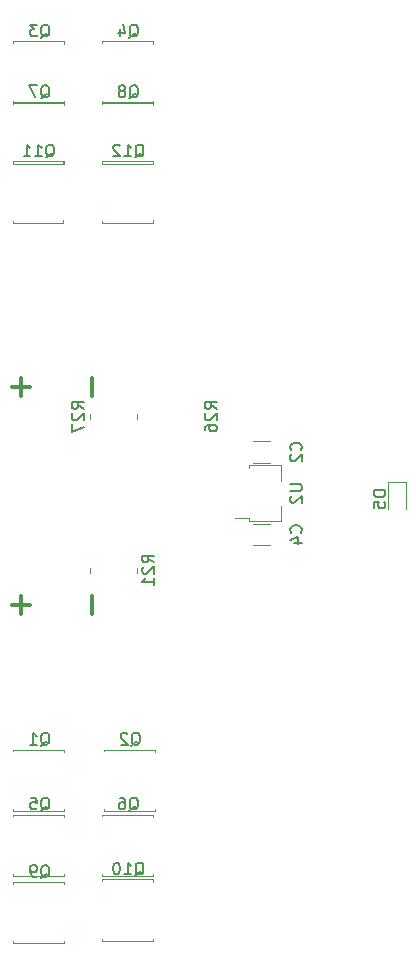
<source format=gbr>
%TF.GenerationSoftware,KiCad,Pcbnew,(6.0.5)*%
%TF.CreationDate,2022-08-05T23:54:08+09:00*%
%TF.ProjectId,ORION_VV_driver_v1,4f52494f-4e5f-4565-965f-647269766572,rev?*%
%TF.SameCoordinates,Original*%
%TF.FileFunction,Legend,Bot*%
%TF.FilePolarity,Positive*%
%FSLAX46Y46*%
G04 Gerber Fmt 4.6, Leading zero omitted, Abs format (unit mm)*
G04 Created by KiCad (PCBNEW (6.0.5)) date 2022-08-05 23:54:08*
%MOMM*%
%LPD*%
G01*
G04 APERTURE LIST*
%ADD10C,0.300000*%
%ADD11C,0.150000*%
%ADD12C,0.120000*%
G04 APERTURE END LIST*
D10*
X23642857Y-75261904D02*
X23642857Y-73738095D01*
X17642857Y-56761904D02*
X17642857Y-55238095D01*
X18404761Y-56000000D02*
X16880952Y-56000000D01*
X17642857Y-75261904D02*
X17642857Y-73738095D01*
X18404761Y-74500000D02*
X16880952Y-74500000D01*
X23642857Y-56761904D02*
X23642857Y-55238095D01*
D11*
%TO.C,R26*%
X34232380Y-57857142D02*
X33756190Y-57523809D01*
X34232380Y-57285714D02*
X33232380Y-57285714D01*
X33232380Y-57666666D01*
X33280000Y-57761904D01*
X33327619Y-57809523D01*
X33422857Y-57857142D01*
X33565714Y-57857142D01*
X33660952Y-57809523D01*
X33708571Y-57761904D01*
X33756190Y-57666666D01*
X33756190Y-57285714D01*
X33327619Y-58238095D02*
X33280000Y-58285714D01*
X33232380Y-58380952D01*
X33232380Y-58619047D01*
X33280000Y-58714285D01*
X33327619Y-58761904D01*
X33422857Y-58809523D01*
X33518095Y-58809523D01*
X33660952Y-58761904D01*
X34232380Y-58190476D01*
X34232380Y-58809523D01*
X33232380Y-59666666D02*
X33232380Y-59476190D01*
X33280000Y-59380952D01*
X33327619Y-59333333D01*
X33470476Y-59238095D01*
X33660952Y-59190476D01*
X34041904Y-59190476D01*
X34137142Y-59238095D01*
X34184761Y-59285714D01*
X34232380Y-59380952D01*
X34232380Y-59571428D01*
X34184761Y-59666666D01*
X34137142Y-59714285D01*
X34041904Y-59761904D01*
X33803809Y-59761904D01*
X33708571Y-59714285D01*
X33660952Y-59666666D01*
X33613333Y-59571428D01*
X33613333Y-59380952D01*
X33660952Y-59285714D01*
X33708571Y-59238095D01*
X33803809Y-59190476D01*
%TO.C,R27*%
X22972380Y-57857142D02*
X22496190Y-57523809D01*
X22972380Y-57285714D02*
X21972380Y-57285714D01*
X21972380Y-57666666D01*
X22020000Y-57761904D01*
X22067619Y-57809523D01*
X22162857Y-57857142D01*
X22305714Y-57857142D01*
X22400952Y-57809523D01*
X22448571Y-57761904D01*
X22496190Y-57666666D01*
X22496190Y-57285714D01*
X22067619Y-58238095D02*
X22020000Y-58285714D01*
X21972380Y-58380952D01*
X21972380Y-58619047D01*
X22020000Y-58714285D01*
X22067619Y-58761904D01*
X22162857Y-58809523D01*
X22258095Y-58809523D01*
X22400952Y-58761904D01*
X22972380Y-58190476D01*
X22972380Y-58809523D01*
X21972380Y-59142857D02*
X21972380Y-59809523D01*
X22972380Y-59380952D01*
%TO.C,U2*%
X40452380Y-64238095D02*
X41261904Y-64238095D01*
X41357142Y-64285714D01*
X41404761Y-64333333D01*
X41452380Y-64428571D01*
X41452380Y-64619047D01*
X41404761Y-64714285D01*
X41357142Y-64761904D01*
X41261904Y-64809523D01*
X40452380Y-64809523D01*
X40547619Y-65238095D02*
X40500000Y-65285714D01*
X40452380Y-65380952D01*
X40452380Y-65619047D01*
X40500000Y-65714285D01*
X40547619Y-65761904D01*
X40642857Y-65809523D01*
X40738095Y-65809523D01*
X40880952Y-65761904D01*
X41452380Y-65190476D01*
X41452380Y-65809523D01*
%TO.C,Q10*%
X27316428Y-97367619D02*
X27411666Y-97320000D01*
X27506904Y-97224761D01*
X27649761Y-97081904D01*
X27745000Y-97034285D01*
X27840238Y-97034285D01*
X27792619Y-97272380D02*
X27887857Y-97224761D01*
X27983095Y-97129523D01*
X28030714Y-96939047D01*
X28030714Y-96605714D01*
X27983095Y-96415238D01*
X27887857Y-96320000D01*
X27792619Y-96272380D01*
X27602142Y-96272380D01*
X27506904Y-96320000D01*
X27411666Y-96415238D01*
X27364047Y-96605714D01*
X27364047Y-96939047D01*
X27411666Y-97129523D01*
X27506904Y-97224761D01*
X27602142Y-97272380D01*
X27792619Y-97272380D01*
X26411666Y-97272380D02*
X26983095Y-97272380D01*
X26697380Y-97272380D02*
X26697380Y-96272380D01*
X26792619Y-96415238D01*
X26887857Y-96510476D01*
X26983095Y-96558095D01*
X25792619Y-96272380D02*
X25697380Y-96272380D01*
X25602142Y-96320000D01*
X25554523Y-96367619D01*
X25506904Y-96462857D01*
X25459285Y-96653333D01*
X25459285Y-96891428D01*
X25506904Y-97081904D01*
X25554523Y-97177142D01*
X25602142Y-97224761D01*
X25697380Y-97272380D01*
X25792619Y-97272380D01*
X25887857Y-97224761D01*
X25935476Y-97177142D01*
X25983095Y-97081904D01*
X26030714Y-96891428D01*
X26030714Y-96653333D01*
X25983095Y-96462857D01*
X25935476Y-96367619D01*
X25887857Y-96320000D01*
X25792619Y-96272380D01*
%TO.C,Q5*%
X19340238Y-91867619D02*
X19435476Y-91820000D01*
X19530714Y-91724761D01*
X19673571Y-91581904D01*
X19768809Y-91534285D01*
X19864047Y-91534285D01*
X19816428Y-91772380D02*
X19911666Y-91724761D01*
X20006904Y-91629523D01*
X20054523Y-91439047D01*
X20054523Y-91105714D01*
X20006904Y-90915238D01*
X19911666Y-90820000D01*
X19816428Y-90772380D01*
X19625952Y-90772380D01*
X19530714Y-90820000D01*
X19435476Y-90915238D01*
X19387857Y-91105714D01*
X19387857Y-91439047D01*
X19435476Y-91629523D01*
X19530714Y-91724761D01*
X19625952Y-91772380D01*
X19816428Y-91772380D01*
X18483095Y-90772380D02*
X18959285Y-90772380D01*
X19006904Y-91248571D01*
X18959285Y-91200952D01*
X18864047Y-91153333D01*
X18625952Y-91153333D01*
X18530714Y-91200952D01*
X18483095Y-91248571D01*
X18435476Y-91343809D01*
X18435476Y-91581904D01*
X18483095Y-91677142D01*
X18530714Y-91724761D01*
X18625952Y-91772380D01*
X18864047Y-91772380D01*
X18959285Y-91724761D01*
X19006904Y-91677142D01*
%TO.C,D5*%
X48522380Y-64761904D02*
X47522380Y-64761904D01*
X47522380Y-65000000D01*
X47570000Y-65142857D01*
X47665238Y-65238095D01*
X47760476Y-65285714D01*
X47950952Y-65333333D01*
X48093809Y-65333333D01*
X48284285Y-65285714D01*
X48379523Y-65238095D01*
X48474761Y-65142857D01*
X48522380Y-65000000D01*
X48522380Y-64761904D01*
X47522380Y-66238095D02*
X47522380Y-65761904D01*
X47998571Y-65714285D01*
X47950952Y-65761904D01*
X47903333Y-65857142D01*
X47903333Y-66095238D01*
X47950952Y-66190476D01*
X47998571Y-66238095D01*
X48093809Y-66285714D01*
X48331904Y-66285714D01*
X48427142Y-66238095D01*
X48474761Y-66190476D01*
X48522380Y-66095238D01*
X48522380Y-65857142D01*
X48474761Y-65761904D01*
X48427142Y-65714285D01*
%TO.C,Q2*%
X27005238Y-86367619D02*
X27100476Y-86320000D01*
X27195714Y-86224761D01*
X27338571Y-86081904D01*
X27433809Y-86034285D01*
X27529047Y-86034285D01*
X27481428Y-86272380D02*
X27576666Y-86224761D01*
X27671904Y-86129523D01*
X27719523Y-85939047D01*
X27719523Y-85605714D01*
X27671904Y-85415238D01*
X27576666Y-85320000D01*
X27481428Y-85272380D01*
X27290952Y-85272380D01*
X27195714Y-85320000D01*
X27100476Y-85415238D01*
X27052857Y-85605714D01*
X27052857Y-85939047D01*
X27100476Y-86129523D01*
X27195714Y-86224761D01*
X27290952Y-86272380D01*
X27481428Y-86272380D01*
X26671904Y-85367619D02*
X26624285Y-85320000D01*
X26529047Y-85272380D01*
X26290952Y-85272380D01*
X26195714Y-85320000D01*
X26148095Y-85367619D01*
X26100476Y-85462857D01*
X26100476Y-85558095D01*
X26148095Y-85700952D01*
X26719523Y-86272380D01*
X26100476Y-86272380D01*
%TO.C,Q4*%
X26840238Y-26417619D02*
X26935476Y-26370000D01*
X27030714Y-26274761D01*
X27173571Y-26131904D01*
X27268809Y-26084285D01*
X27364047Y-26084285D01*
X27316428Y-26322380D02*
X27411666Y-26274761D01*
X27506904Y-26179523D01*
X27554523Y-25989047D01*
X27554523Y-25655714D01*
X27506904Y-25465238D01*
X27411666Y-25370000D01*
X27316428Y-25322380D01*
X27125952Y-25322380D01*
X27030714Y-25370000D01*
X26935476Y-25465238D01*
X26887857Y-25655714D01*
X26887857Y-25989047D01*
X26935476Y-26179523D01*
X27030714Y-26274761D01*
X27125952Y-26322380D01*
X27316428Y-26322380D01*
X26030714Y-25655714D02*
X26030714Y-26322380D01*
X26268809Y-25274761D02*
X26506904Y-25989047D01*
X25887857Y-25989047D01*
%TO.C,C4*%
X41357142Y-68333333D02*
X41404761Y-68285714D01*
X41452380Y-68142857D01*
X41452380Y-68047619D01*
X41404761Y-67904761D01*
X41309523Y-67809523D01*
X41214285Y-67761904D01*
X41023809Y-67714285D01*
X40880952Y-67714285D01*
X40690476Y-67761904D01*
X40595238Y-67809523D01*
X40500000Y-67904761D01*
X40452380Y-68047619D01*
X40452380Y-68142857D01*
X40500000Y-68285714D01*
X40547619Y-68333333D01*
X40785714Y-69190476D02*
X41452380Y-69190476D01*
X40404761Y-68952380D02*
X41119047Y-68714285D01*
X41119047Y-69333333D01*
%TO.C,Q9*%
X19340238Y-97567619D02*
X19435476Y-97520000D01*
X19530714Y-97424761D01*
X19673571Y-97281904D01*
X19768809Y-97234285D01*
X19864047Y-97234285D01*
X19816428Y-97472380D02*
X19911666Y-97424761D01*
X20006904Y-97329523D01*
X20054523Y-97139047D01*
X20054523Y-96805714D01*
X20006904Y-96615238D01*
X19911666Y-96520000D01*
X19816428Y-96472380D01*
X19625952Y-96472380D01*
X19530714Y-96520000D01*
X19435476Y-96615238D01*
X19387857Y-96805714D01*
X19387857Y-97139047D01*
X19435476Y-97329523D01*
X19530714Y-97424761D01*
X19625952Y-97472380D01*
X19816428Y-97472380D01*
X18911666Y-97472380D02*
X18721190Y-97472380D01*
X18625952Y-97424761D01*
X18578333Y-97377142D01*
X18483095Y-97234285D01*
X18435476Y-97043809D01*
X18435476Y-96662857D01*
X18483095Y-96567619D01*
X18530714Y-96520000D01*
X18625952Y-96472380D01*
X18816428Y-96472380D01*
X18911666Y-96520000D01*
X18959285Y-96567619D01*
X19006904Y-96662857D01*
X19006904Y-96900952D01*
X18959285Y-96996190D01*
X18911666Y-97043809D01*
X18816428Y-97091428D01*
X18625952Y-97091428D01*
X18530714Y-97043809D01*
X18483095Y-96996190D01*
X18435476Y-96900952D01*
%TO.C,Q7*%
X19340238Y-31567619D02*
X19435476Y-31520000D01*
X19530714Y-31424761D01*
X19673571Y-31281904D01*
X19768809Y-31234285D01*
X19864047Y-31234285D01*
X19816428Y-31472380D02*
X19911666Y-31424761D01*
X20006904Y-31329523D01*
X20054523Y-31139047D01*
X20054523Y-30805714D01*
X20006904Y-30615238D01*
X19911666Y-30520000D01*
X19816428Y-30472380D01*
X19625952Y-30472380D01*
X19530714Y-30520000D01*
X19435476Y-30615238D01*
X19387857Y-30805714D01*
X19387857Y-31139047D01*
X19435476Y-31329523D01*
X19530714Y-31424761D01*
X19625952Y-31472380D01*
X19816428Y-31472380D01*
X19054523Y-30472380D02*
X18387857Y-30472380D01*
X18816428Y-31472380D01*
%TO.C,Q8*%
X26840238Y-31567619D02*
X26935476Y-31520000D01*
X27030714Y-31424761D01*
X27173571Y-31281904D01*
X27268809Y-31234285D01*
X27364047Y-31234285D01*
X27316428Y-31472380D02*
X27411666Y-31424761D01*
X27506904Y-31329523D01*
X27554523Y-31139047D01*
X27554523Y-30805714D01*
X27506904Y-30615238D01*
X27411666Y-30520000D01*
X27316428Y-30472380D01*
X27125952Y-30472380D01*
X27030714Y-30520000D01*
X26935476Y-30615238D01*
X26887857Y-30805714D01*
X26887857Y-31139047D01*
X26935476Y-31329523D01*
X27030714Y-31424761D01*
X27125952Y-31472380D01*
X27316428Y-31472380D01*
X26316428Y-30900952D02*
X26411666Y-30853333D01*
X26459285Y-30805714D01*
X26506904Y-30710476D01*
X26506904Y-30662857D01*
X26459285Y-30567619D01*
X26411666Y-30520000D01*
X26316428Y-30472380D01*
X26125952Y-30472380D01*
X26030714Y-30520000D01*
X25983095Y-30567619D01*
X25935476Y-30662857D01*
X25935476Y-30710476D01*
X25983095Y-30805714D01*
X26030714Y-30853333D01*
X26125952Y-30900952D01*
X26316428Y-30900952D01*
X26411666Y-30948571D01*
X26459285Y-30996190D01*
X26506904Y-31091428D01*
X26506904Y-31281904D01*
X26459285Y-31377142D01*
X26411666Y-31424761D01*
X26316428Y-31472380D01*
X26125952Y-31472380D01*
X26030714Y-31424761D01*
X25983095Y-31377142D01*
X25935476Y-31281904D01*
X25935476Y-31091428D01*
X25983095Y-30996190D01*
X26030714Y-30948571D01*
X26125952Y-30900952D01*
%TO.C,Q1*%
X19340238Y-86367619D02*
X19435476Y-86320000D01*
X19530714Y-86224761D01*
X19673571Y-86081904D01*
X19768809Y-86034285D01*
X19864047Y-86034285D01*
X19816428Y-86272380D02*
X19911666Y-86224761D01*
X20006904Y-86129523D01*
X20054523Y-85939047D01*
X20054523Y-85605714D01*
X20006904Y-85415238D01*
X19911666Y-85320000D01*
X19816428Y-85272380D01*
X19625952Y-85272380D01*
X19530714Y-85320000D01*
X19435476Y-85415238D01*
X19387857Y-85605714D01*
X19387857Y-85939047D01*
X19435476Y-86129523D01*
X19530714Y-86224761D01*
X19625952Y-86272380D01*
X19816428Y-86272380D01*
X18435476Y-86272380D02*
X19006904Y-86272380D01*
X18721190Y-86272380D02*
X18721190Y-85272380D01*
X18816428Y-85415238D01*
X18911666Y-85510476D01*
X19006904Y-85558095D01*
%TO.C,C2*%
X41357142Y-61333333D02*
X41404761Y-61285714D01*
X41452380Y-61142857D01*
X41452380Y-61047619D01*
X41404761Y-60904761D01*
X41309523Y-60809523D01*
X41214285Y-60761904D01*
X41023809Y-60714285D01*
X40880952Y-60714285D01*
X40690476Y-60761904D01*
X40595238Y-60809523D01*
X40500000Y-60904761D01*
X40452380Y-61047619D01*
X40452380Y-61142857D01*
X40500000Y-61285714D01*
X40547619Y-61333333D01*
X40547619Y-61714285D02*
X40500000Y-61761904D01*
X40452380Y-61857142D01*
X40452380Y-62095238D01*
X40500000Y-62190476D01*
X40547619Y-62238095D01*
X40642857Y-62285714D01*
X40738095Y-62285714D01*
X40880952Y-62238095D01*
X41452380Y-61666666D01*
X41452380Y-62285714D01*
%TO.C,Q3*%
X19340238Y-26417619D02*
X19435476Y-26370000D01*
X19530714Y-26274761D01*
X19673571Y-26131904D01*
X19768809Y-26084285D01*
X19864047Y-26084285D01*
X19816428Y-26322380D02*
X19911666Y-26274761D01*
X20006904Y-26179523D01*
X20054523Y-25989047D01*
X20054523Y-25655714D01*
X20006904Y-25465238D01*
X19911666Y-25370000D01*
X19816428Y-25322380D01*
X19625952Y-25322380D01*
X19530714Y-25370000D01*
X19435476Y-25465238D01*
X19387857Y-25655714D01*
X19387857Y-25989047D01*
X19435476Y-26179523D01*
X19530714Y-26274761D01*
X19625952Y-26322380D01*
X19816428Y-26322380D01*
X19054523Y-25322380D02*
X18435476Y-25322380D01*
X18768809Y-25703333D01*
X18625952Y-25703333D01*
X18530714Y-25750952D01*
X18483095Y-25798571D01*
X18435476Y-25893809D01*
X18435476Y-26131904D01*
X18483095Y-26227142D01*
X18530714Y-26274761D01*
X18625952Y-26322380D01*
X18911666Y-26322380D01*
X19006904Y-26274761D01*
X19054523Y-26227142D01*
%TO.C,Q6*%
X26840238Y-91867619D02*
X26935476Y-91820000D01*
X27030714Y-91724761D01*
X27173571Y-91581904D01*
X27268809Y-91534285D01*
X27364047Y-91534285D01*
X27316428Y-91772380D02*
X27411666Y-91724761D01*
X27506904Y-91629523D01*
X27554523Y-91439047D01*
X27554523Y-91105714D01*
X27506904Y-90915238D01*
X27411666Y-90820000D01*
X27316428Y-90772380D01*
X27125952Y-90772380D01*
X27030714Y-90820000D01*
X26935476Y-90915238D01*
X26887857Y-91105714D01*
X26887857Y-91439047D01*
X26935476Y-91629523D01*
X27030714Y-91724761D01*
X27125952Y-91772380D01*
X27316428Y-91772380D01*
X26030714Y-90772380D02*
X26221190Y-90772380D01*
X26316428Y-90820000D01*
X26364047Y-90867619D01*
X26459285Y-91010476D01*
X26506904Y-91200952D01*
X26506904Y-91581904D01*
X26459285Y-91677142D01*
X26411666Y-91724761D01*
X26316428Y-91772380D01*
X26125952Y-91772380D01*
X26030714Y-91724761D01*
X25983095Y-91677142D01*
X25935476Y-91581904D01*
X25935476Y-91343809D01*
X25983095Y-91248571D01*
X26030714Y-91200952D01*
X26125952Y-91153333D01*
X26316428Y-91153333D01*
X26411666Y-91200952D01*
X26459285Y-91248571D01*
X26506904Y-91343809D01*
%TO.C,Q12*%
X27316428Y-36567619D02*
X27411666Y-36520000D01*
X27506904Y-36424761D01*
X27649761Y-36281904D01*
X27745000Y-36234285D01*
X27840238Y-36234285D01*
X27792619Y-36472380D02*
X27887857Y-36424761D01*
X27983095Y-36329523D01*
X28030714Y-36139047D01*
X28030714Y-35805714D01*
X27983095Y-35615238D01*
X27887857Y-35520000D01*
X27792619Y-35472380D01*
X27602142Y-35472380D01*
X27506904Y-35520000D01*
X27411666Y-35615238D01*
X27364047Y-35805714D01*
X27364047Y-36139047D01*
X27411666Y-36329523D01*
X27506904Y-36424761D01*
X27602142Y-36472380D01*
X27792619Y-36472380D01*
X26411666Y-36472380D02*
X26983095Y-36472380D01*
X26697380Y-36472380D02*
X26697380Y-35472380D01*
X26792619Y-35615238D01*
X26887857Y-35710476D01*
X26983095Y-35758095D01*
X26030714Y-35567619D02*
X25983095Y-35520000D01*
X25887857Y-35472380D01*
X25649761Y-35472380D01*
X25554523Y-35520000D01*
X25506904Y-35567619D01*
X25459285Y-35662857D01*
X25459285Y-35758095D01*
X25506904Y-35900952D01*
X26078333Y-36472380D01*
X25459285Y-36472380D01*
%TO.C,Q11*%
X19751428Y-36567619D02*
X19846666Y-36520000D01*
X19941904Y-36424761D01*
X20084761Y-36281904D01*
X20180000Y-36234285D01*
X20275238Y-36234285D01*
X20227619Y-36472380D02*
X20322857Y-36424761D01*
X20418095Y-36329523D01*
X20465714Y-36139047D01*
X20465714Y-35805714D01*
X20418095Y-35615238D01*
X20322857Y-35520000D01*
X20227619Y-35472380D01*
X20037142Y-35472380D01*
X19941904Y-35520000D01*
X19846666Y-35615238D01*
X19799047Y-35805714D01*
X19799047Y-36139047D01*
X19846666Y-36329523D01*
X19941904Y-36424761D01*
X20037142Y-36472380D01*
X20227619Y-36472380D01*
X18846666Y-36472380D02*
X19418095Y-36472380D01*
X19132380Y-36472380D02*
X19132380Y-35472380D01*
X19227619Y-35615238D01*
X19322857Y-35710476D01*
X19418095Y-35758095D01*
X17894285Y-36472380D02*
X18465714Y-36472380D01*
X18180000Y-36472380D02*
X18180000Y-35472380D01*
X18275238Y-35615238D01*
X18370476Y-35710476D01*
X18465714Y-35758095D01*
%TO.C,R21*%
X28932380Y-70857142D02*
X28456190Y-70523809D01*
X28932380Y-70285714D02*
X27932380Y-70285714D01*
X27932380Y-70666666D01*
X27980000Y-70761904D01*
X28027619Y-70809523D01*
X28122857Y-70857142D01*
X28265714Y-70857142D01*
X28360952Y-70809523D01*
X28408571Y-70761904D01*
X28456190Y-70666666D01*
X28456190Y-70285714D01*
X28027619Y-71238095D02*
X27980000Y-71285714D01*
X27932380Y-71380952D01*
X27932380Y-71619047D01*
X27980000Y-71714285D01*
X28027619Y-71761904D01*
X28122857Y-71809523D01*
X28218095Y-71809523D01*
X28360952Y-71761904D01*
X28932380Y-71190476D01*
X28932380Y-71809523D01*
X28932380Y-72761904D02*
X28932380Y-72190476D01*
X28932380Y-72476190D02*
X27932380Y-72476190D01*
X28075238Y-72380952D01*
X28170476Y-72285714D01*
X28218095Y-72190476D01*
D12*
%TO.C,R27*%
X27485000Y-58289758D02*
X27485000Y-58710242D01*
X23515000Y-58289758D02*
X23515000Y-58710242D01*
%TO.C,U2*%
X35800000Y-67130000D02*
X36940000Y-67130000D01*
X36940000Y-67360000D02*
X39660000Y-67360000D01*
X39660000Y-63950000D02*
X39660000Y-62640000D01*
X36940000Y-62640000D02*
X36940000Y-62870000D01*
X36940000Y-67360000D02*
X36940000Y-67130000D01*
X39660000Y-67360000D02*
X39660000Y-66050000D01*
X39660000Y-62640000D02*
X36940000Y-62640000D01*
%TO.C,Q10*%
X28815000Y-102700000D02*
X28815000Y-102900000D01*
X28815000Y-97700000D02*
X28815000Y-97900000D01*
X24515000Y-102900000D02*
X24515000Y-102750000D01*
X28815000Y-102900000D02*
X24515000Y-102900000D01*
X24515000Y-97700000D02*
X28815000Y-97700000D01*
X24515000Y-97850000D02*
X24515000Y-97700000D01*
%TO.C,Q5*%
X17015000Y-97400000D02*
X17015000Y-97250000D01*
X21315000Y-92200000D02*
X21315000Y-92400000D01*
X21315000Y-97200000D02*
X21315000Y-97400000D01*
X21315000Y-97400000D02*
X17015000Y-97400000D01*
X17015000Y-92350000D02*
X17015000Y-92200000D01*
X17015000Y-92200000D02*
X21315000Y-92200000D01*
%TO.C,D5*%
X48765000Y-64015000D02*
X50235000Y-64015000D01*
X50235000Y-64015000D02*
X50235000Y-66300000D01*
X48765000Y-66300000D02*
X48765000Y-64015000D01*
%TO.C,Q2*%
X28980000Y-91700000D02*
X28980000Y-91900000D01*
X28980000Y-86700000D02*
X28980000Y-86900000D01*
X24680000Y-91900000D02*
X24680000Y-91750000D01*
X24680000Y-86700000D02*
X28980000Y-86700000D01*
X28980000Y-91900000D02*
X24680000Y-91900000D01*
X24680000Y-86850000D02*
X24680000Y-86700000D01*
%TO.C,Q4*%
X24515000Y-26750000D02*
X28815000Y-26750000D01*
X28815000Y-26750000D02*
X28815000Y-26950000D01*
X28815000Y-31750000D02*
X28815000Y-31950000D01*
X24515000Y-26900000D02*
X24515000Y-26750000D01*
X24515000Y-31950000D02*
X24515000Y-31800000D01*
X28815000Y-31950000D02*
X24515000Y-31950000D01*
%TO.C,C4*%
X38711252Y-69410000D02*
X37288748Y-69410000D01*
X38711252Y-67590000D02*
X37288748Y-67590000D01*
%TO.C,Q9*%
X21315000Y-97900000D02*
X21315000Y-98100000D01*
X17015000Y-103100000D02*
X17015000Y-102950000D01*
X21315000Y-103100000D02*
X17015000Y-103100000D01*
X21315000Y-102900000D02*
X21315000Y-103100000D01*
X17015000Y-97900000D02*
X21315000Y-97900000D01*
X17015000Y-98050000D02*
X17015000Y-97900000D01*
%TO.C,Q7*%
X21315000Y-31900000D02*
X21315000Y-32100000D01*
X17015000Y-32050000D02*
X17015000Y-31900000D01*
X21315000Y-37100000D02*
X17015000Y-37100000D01*
X21315000Y-36900000D02*
X21315000Y-37100000D01*
X17015000Y-37100000D02*
X17015000Y-36950000D01*
X17015000Y-31900000D02*
X21315000Y-31900000D01*
%TO.C,Q8*%
X24515000Y-32050000D02*
X24515000Y-31900000D01*
X28815000Y-36900000D02*
X28815000Y-37100000D01*
X24515000Y-31900000D02*
X28815000Y-31900000D01*
X28815000Y-37100000D02*
X24515000Y-37100000D01*
X24515000Y-37100000D02*
X24515000Y-36950000D01*
X28815000Y-31900000D02*
X28815000Y-32100000D01*
%TO.C,Q1*%
X21315000Y-91900000D02*
X17015000Y-91900000D01*
X21315000Y-86700000D02*
X21315000Y-86900000D01*
X21315000Y-91700000D02*
X21315000Y-91900000D01*
X17015000Y-86700000D02*
X21315000Y-86700000D01*
X17015000Y-86850000D02*
X17015000Y-86700000D01*
X17015000Y-91900000D02*
X17015000Y-91750000D01*
%TO.C,C2*%
X38711252Y-62410000D02*
X37288748Y-62410000D01*
X38711252Y-60590000D02*
X37288748Y-60590000D01*
%TO.C,Q3*%
X17015000Y-26900000D02*
X17015000Y-26750000D01*
X21315000Y-31950000D02*
X17015000Y-31950000D01*
X17015000Y-26750000D02*
X21315000Y-26750000D01*
X21315000Y-31750000D02*
X21315000Y-31950000D01*
X21315000Y-26750000D02*
X21315000Y-26950000D01*
X17015000Y-31950000D02*
X17015000Y-31800000D01*
%TO.C,Q6*%
X24515000Y-97400000D02*
X24515000Y-97250000D01*
X24515000Y-92200000D02*
X28815000Y-92200000D01*
X28815000Y-97200000D02*
X28815000Y-97400000D01*
X28815000Y-97400000D02*
X24515000Y-97400000D01*
X24515000Y-92350000D02*
X24515000Y-92200000D01*
X28815000Y-92200000D02*
X28815000Y-92400000D01*
%TO.C,Q12*%
X24515000Y-37050000D02*
X24515000Y-36900000D01*
X28815000Y-42100000D02*
X24515000Y-42100000D01*
X28815000Y-41900000D02*
X28815000Y-42100000D01*
X28815000Y-36900000D02*
X28815000Y-37100000D01*
X24515000Y-42100000D02*
X24515000Y-41950000D01*
X24515000Y-36900000D02*
X28815000Y-36900000D01*
%TO.C,Q11*%
X21250000Y-41900000D02*
X21250000Y-42100000D01*
X21250000Y-42100000D02*
X16950000Y-42100000D01*
X16950000Y-42100000D02*
X16950000Y-41950000D01*
X21250000Y-36900000D02*
X21250000Y-37100000D01*
X16950000Y-36900000D02*
X21250000Y-36900000D01*
X16950000Y-37050000D02*
X16950000Y-36900000D01*
%TO.C,R21*%
X23515000Y-71710242D02*
X23515000Y-71289758D01*
X27485000Y-71710242D02*
X27485000Y-71289758D01*
%TD*%
M02*

</source>
